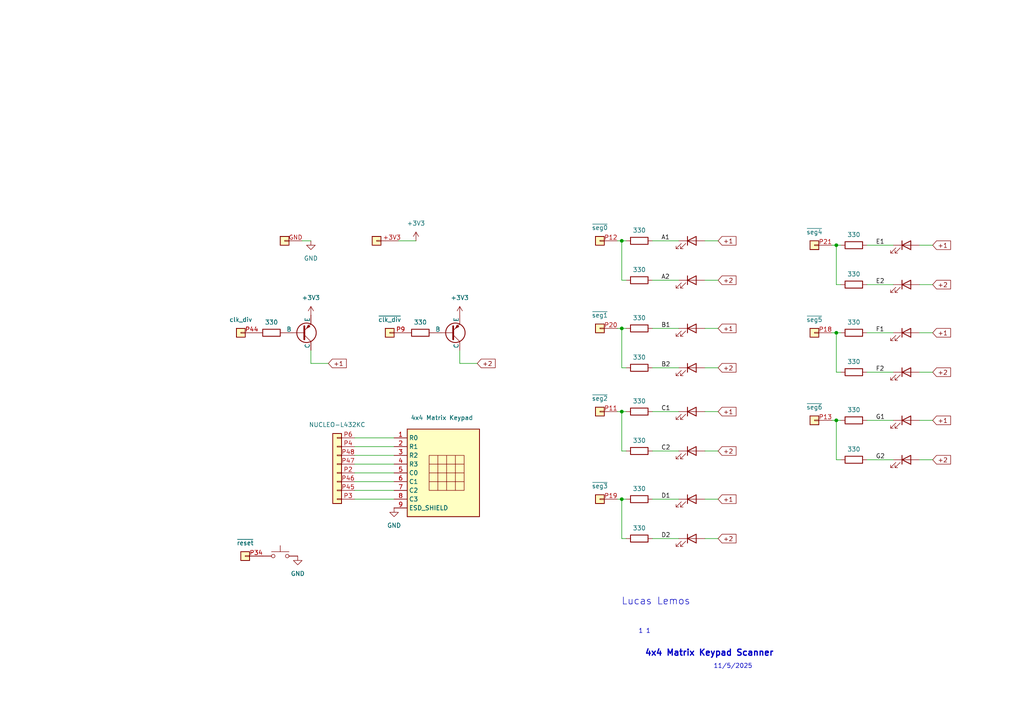
<source format=kicad_sch>
(kicad_sch (version 20250114) (generator "eeschema") (generator_version "9.0")
  (paper "A4")
  (lib_symbols
    (symbol "Conn_01x01_1" (pin_names (offset 1.016) (hide yes))
      (property "Value" "~{seg5}" (at 0 3.81 0))
      (symbol "Conn_01x01_1_1_1"
        (rectangle (start -1.27 1.27) (end 1.27 -1.27) (stroke (width 0.254)) (fill (type background)))
        (rectangle (start -1.27 0.127) (end 0 -0.127) (stroke (width 0.1524)))
        (pin passive line (at -5.08 0 0) (length 3.81) (name "P18") (number "P18"))
      )
    )
    (symbol "Conn_01x01_10" (pin_names (offset 1.016) (hide yes))
      (symbol "Conn_01x01_10_1_1"
        (rectangle (start -1.27 1.27) (end 1.27 -1.27) (stroke (width 0.254)) (fill (type background)))
        (rectangle (start -1.27 0.127) (end 0 -0.127) (stroke (width 0.1524)))
        (pin passive line (at -5.08 0 0) (length 3.81) (name "Pin_1") (number "P44"))
      )
    )
    (symbol "Conn_01x01_11" (pin_names (offset 1.016) (hide yes))
      (property "Value" "~{reset}" (at 0 3.81 0))
      (symbol "Conn_01x01_11_1_1"
        (rectangle (start -1.27 1.27) (end 1.27 -1.27) (stroke (width 0.254)) (fill (type background)))
        (rectangle (start -1.27 0.127) (end 0 -0.127) (stroke (width 0.1524)))
        (pin passive line (at -5.08 0 0) (length 3.81) (name "19") (number "P34"))
      )
    )
    (symbol "Conn_01x01_2" (pin_names (offset 1.016) (hide yes))
      (property "Value" "~{seg0}" (at 0 3.81 0))
      (symbol "Conn_01x01_2_1_1"
        (rectangle (start -1.27 1.27) (end 1.27 -1.27) (stroke (width 0.254)) (fill (type background)))
        (rectangle (start -1.27 0.127) (end 0 -0.127) (stroke (width 0.1524)))
        (pin passive line (at -5.08 0 0) (length 3.81) (name "Pin_1") (number "P12"))
      )
    )
    (symbol "Conn_01x01_3" (pin_names (offset 1.016) (hide yes))
      (property "Value" "~{seg1}" (at 0 3.81 0))
      (symbol "Conn_01x01_3_1_1"
        (rectangle (start -1.27 1.27) (end 1.27 -1.27) (stroke (width 0.254)) (fill (type background)))
        (rectangle (start -1.27 0.127) (end 0 -0.127) (stroke (width 0.1524)))
        (pin passive line (at -5.08 0 0) (length 3.81) (name "Pin_1") (number "P20"))
      )
    )
    (symbol "Conn_01x01_4" (pin_names (offset 1.016) (hide yes))
      (property "Value" "~{seg2}" (at 0 3.81 0))
      (symbol "Conn_01x01_4_1_1"
        (rectangle (start -1.27 1.27) (end 1.27 -1.27) (stroke (width 0.254)) (fill (type background)))
        (rectangle (start -1.27 0.127) (end 0 -0.127) (stroke (width 0.1524)))
        (pin passive line (at -5.08 0 0) (length 3.81) (name "Pin_1") (number "P11"))
      )
    )
    (symbol "Conn_01x01_5" (pin_names (offset 1.016) (hide yes))
      (property "Value" "~{seg3}" (at 0 3.81 0))
      (symbol "Conn_01x01_5_1_1"
        (rectangle (start -1.27 1.27) (end 1.27 -1.27) (stroke (width 0.254)) (fill (type background)))
        (rectangle (start -1.27 0.127) (end 0 -0.127) (stroke (width 0.1524)))
        (pin passive line (at -5.08 0 0) (length 3.81) (name "19") (number "P19"))
      )
    )
    (symbol "Conn_01x01_6" (pin_names (offset 1.016) (hide yes))
      (property "Value" "~{seg4}" (at 0 3.81 0))
      (symbol "Conn_01x01_6_1_1"
        (rectangle (start -1.27 1.27) (end 1.27 -1.27) (stroke (width 0.254)) (fill (type background)))
        (rectangle (start -1.27 0.127) (end 0 -0.127) (stroke (width 0.1524)))
        (pin passive line (at -5.08 0 0) (length 3.81) (name "Pin_1") (number "P21"))
      )
    )
    (symbol "Conn_01x01_7" (pin_names (offset 1.016) (hide yes))
      (property "Value" "~{seg6}" (at 0 3.81 0))
      (symbol "Conn_01x01_7_1_1"
        (rectangle (start -1.27 1.27) (end 1.27 -1.27) (stroke (width 0.254)) (fill (type background)))
        (rectangle (start -1.27 0.127) (end 0 -0.127) (stroke (width 0.1524)))
        (pin passive line (at -5.08 0 0) (length 3.81) (name "Pin_1") (number "P13"))
      )
    )
    (symbol "Conn_01x01_8" (pin_names (offset 1.016) (hide yes))
      (property "Value" "GND" (at 0 3.81 0))
      (symbol "Conn_01x01_8_1_1"
        (rectangle (start -1.27 1.27) (end 1.27 -1.27) (stroke (width 0.254)) (fill (type background)))
        (rectangle (start -1.27 0.127) (end 0 -0.127) (stroke (width 0.1524)))
        (pin passive line (at -5.08 0 0) (length 3.81) (name "Pin_1") (number "GND"))
      )
    )
    (symbol "Conn_01x01_9" (pin_names (offset 1.016) (hide yes))
      (symbol "Conn_01x01_9_1_1"
        (rectangle (start -1.27 1.27) (end 1.27 -1.27) (stroke (width 0.254)) (fill (type background)))
        (rectangle (start -1.27 0.127) (end 0 -0.127) (stroke (width 0.1524)))
        (pin passive line (at -5.08 0 0) (length 3.81) (name "Pin_1") (number "P9"))
      )
    )
    (symbol "Connector_Generic:Conn_01x01" (pin_names (offset 1.016) (hide yes))
      (symbol "Conn_01x01_0_1"
        (polyline (pts (xy -2.54 0) (xy -1.27 0)))
      )
      (symbol "Conn_01x01_1_1"
        (rectangle (start -1.27 1.27) (end 1.27 -1.27) (stroke (width 0.254)) (fill (type background)))
        (rectangle (start -1.27 0.127) (end 0 -0.127) (stroke (width 0.1524)))
        (pin passive line (at -6.35 0 0) (length 3.81) (name "Pin_1") (number "+3V3"))
      )
    )
    (symbol "Connector_Generic:Conn_01x08" (pin_names (offset 1.016) (hide yes))
      (property "Value" "STM32L432KC" (at 0 11.43 0))
      (symbol "Conn_01x08_1_1"
        (rectangle (start -1.27 8.89) (end 1.27 -11.43) (stroke (width 0.254)) (fill (type background)))
        (rectangle (start -1.27 7.747) (end 0 7.493) (stroke (width 0.1524)))
        (rectangle (start -1.27 5.207) (end 0 4.953) (stroke (width 0.1524)))
        (rectangle (start -1.27 2.667) (end 0 2.413) (stroke (width 0.1524)))
        (rectangle (start -1.27 0.127) (end 0 -0.127) (stroke (width 0.1524)))
        (rectangle (start -1.27 -2.413) (end 0 -2.667) (stroke (width 0.1524)))
        (rectangle (start -1.27 -4.953) (end 0 -5.207) (stroke (width 0.1524)))
        (rectangle (start -1.27 -7.493) (end 0 -7.747) (stroke (width 0.1524)))
        (rectangle (start -1.27 -10.033) (end 0 -10.287) (stroke (width 0.1524)))
        (pin passive line (at -5.08 7.62 0) (length 3.81) (name "Pin_1") (number "P6"))
        (pin passive line (at -5.08 5.08 0) (length 3.81) (name "Pin_2") (number "P4"))
        (pin passive line (at -5.08 2.54 0) (length 3.81) (name "Pin_3") (number "P48"))
        (pin passive line (at -5.08 0 0) (length 3.81) (name "Pin_4") (number "P47"))
        (pin passive line (at -5.08 -2.54 0) (length 3.81) (name "P2") (number "P2"))
        (pin passive line (at -5.08 -5.08 0) (length 3.81) (name "Pin_6") (number "P46"))
        (pin passive line (at -5.08 -7.62 0) (length 3.81) (name "Pin_7") (number "P45"))
        (pin passive line (at -5.08 -10.16 0) (length 3.81) (name "Pin_8") (number "P3"))
      )
    )
    (symbol "Device:LED" (pin_numbers (hide yes)) (pin_names (offset 1.016) (hide yes))
      (property "Reference" "D" (at 0 2.54 0))
      (property "Value" "LED" (at 0 -2.54 0))
      (symbol "LED_0_1"
        (polyline (pts (xy -3.048 -0.762) (xy -4.572 -2.286) (xy -3.81 -2.286) (xy -4.572 -2.286) (xy -4.572 -1.524)))
        (polyline (pts (xy -1.778 -0.762) (xy -3.302 -2.286) (xy -2.54 -2.286) (xy -3.302 -2.286) (xy -3.302 -1.524)))
        (polyline (pts (xy -1.27 0) (xy 1.27 0)))
        (polyline (pts (xy -1.27 -1.27) (xy -1.27 1.27)) (stroke (width 0.254)))
        (polyline (pts (xy 1.27 -1.27) (xy 1.27 1.27) (xy -1.27 0) (xy 1.27 -1.27)) (stroke (width 0.254)))
      )
      (symbol "LED_1_1"
        (pin passive line (at -3.81 0 0) (length 2.54) (name "K") (number "1"))
        (pin passive line (at 3.81 0 180) (length 2.54) (name "A") (number "2"))
      )
    )
    (symbol "Device:R" (pin_numbers (hide yes)) (pin_names (offset 0))
      (property "Reference" "R" (at 2.032 0 90))
      (property "Value" "R" (at 0 0 90))
      (symbol "R_0_1"
        (rectangle (start -1.016 -2.54) (end 1.016 2.54) (stroke (width 0.254)))
      )
      (symbol "R_1_1"
        (pin passive line (at 0 3.81 270) (length 1.27) (name "~") (number "1"))
        (pin passive line (at 0 -3.81 90) (length 1.27) (name "~") (number "2"))
      )
    )
    (symbol "Sensor_Touch:AT42QT1010-M"
      (symbol "AT42QT1010-M_0_1"
        (rectangle (start -11.43 12.7) (end 9.525 -12.7) (stroke (width 0.254)) (fill (type background)))
        (polyline (pts (xy 0 0) (xy 5.08 0) (xy 5.08 5.08) (xy 0 5.08) (xy 0 -5.08) (xy 5.08 -5.08) (xy 5.08 0) (xy 2.54 0) (xy 2.54 -5.08) (xy -5.08 -5.08) (xy -5.08 0) (xy 0 0) (xy 0 5.08) (xy -5.08 5.08) (xy -5.08 -1.27) (xy -5.08 2.54) (xy 5.08 2.54) (xy 5.08 5.08) (xy 2.54 5.08) (xy 2.54 -5.08) (xy -2.54 -5.08) (xy -2.54 5.08) (xy -5.08 5.08) (xy -5.08 -2.54) (xy 5.08 -2.54)))
      )
      (symbol "AT42QT1010-M_1_1"
        (pin passive line (at -15.24 10.16 0) (length 3.81) (name "R0") (number "1"))
        (pin passive line (at -15.24 7.62 0) (length 3.81) (name "R1") (number "2"))
        (pin passive line (at -15.24 5.08 0) (length 3.81) (name "R2") (number "3"))
        (pin passive line (at -15.24 2.54 0) (length 3.81) (name "R3") (number "4"))
        (pin passive line (at -15.24 0 0) (length 3.81) (name "C0") (number "5"))
        (pin passive line (at -15.24 -2.54 0) (length 3.81) (name "C1") (number "6"))
        (pin passive line (at -15.24 -5.08 0) (length 3.81) (name "C2") (number "7"))
        (pin passive line (at -15.24 -7.62 0) (length 3.81) (name "C3") (number "8"))
        (pin passive line (at -15.24 -10.16 0) (length 3.81) (name "ESD_SHIELD") (number "9"))
      )
    )
    (symbol "Simulation_SPICE:PNP" (pin_numbers (hide yes)) (pin_names (offset 0))
      (property "Reference" "Q" (at -2.54 7.62 0))
      (property "Value" "PNP" (at -2.54 5.08 0))
      (symbol "PNP_0_1"
        (polyline (pts (xy -2.54 0) (xy 0.635 0)) (stroke (width 0.1524)))
        (polyline (pts (xy 0.635 1.905) (xy 0.635 -1.905) (xy 0.635 -1.905)) (stroke (width 0.508)))
        (polyline (pts (xy 0.635 0.635) (xy 2.54 2.54)))
        (polyline (pts (xy 0.635 -0.635) (xy 2.54 -2.54) (xy 2.54 -2.54)))
        (circle (center 1.27 0) (radius 2.8194) (stroke (width 0.254)))
        (polyline (pts (xy 2.286 -1.778) (xy 1.778 -2.286) (xy 1.27 -1.27) (xy 2.286 -1.778) (xy 2.286 -1.778)) (fill (type outline)))
      )
      (symbol "PNP_1_1"
        (pin input line (at -5.08 0 0) (length 2.54) (name "B") (number "2"))
        (pin open_collector line (at 2.54 5.08 270) (length 2.54) (name "C") (number "1"))
        (pin open_emitter line (at 2.54 -5.08 90) (length 2.54) (name "E") (number "3"))
      )
    )
    (symbol "Switch:SW_Push" (pin_numbers (hide yes)) (pin_names (offset 1.016) (hide yes))
      (property "Reference" "SW" (at 1.27 2.54 0))
      (property "Value" "SW_Push" (at 0 -1.524 0))
      (symbol "SW_Push_0_1"
        (circle (center -2.032 0) (radius 0.508))
        (polyline (pts (xy 0 1.27) (xy 0 3.048)))
        (circle (center 2.032 0) (radius 0.508))
        (polyline (pts (xy 2.54 1.27) (xy -2.54 1.27)))
        (pin passive line (at -5.08 0 0) (length 2.54) (name "1") (number "1"))
        (pin passive line (at 5.08 0 180) (length 2.54) (name "2") (number "2"))
      )
    )
    (symbol "power:+3V3" (power) (pin_numbers (hide yes)) (pin_names (offset 0) (hide yes))
      (property "Value" "+3V3" (at 0 3.556 0))
      (symbol "+3V3_0_1"
        (polyline (pts (xy -0.762 1.27) (xy 0 2.54)))
        (polyline (pts (xy 0 2.54) (xy 0.762 1.27)))
        (polyline (pts (xy 0 0) (xy 0 2.54)))
      )
      (symbol "+3V3_1_1"
        (pin power_in line (at 0 0 90) (length 0) (name "~") (number "1"))
      )
    )
    (symbol "power:GND" (power) (pin_numbers (hide yes)) (pin_names (offset 0) (hide yes))
      (property "Value" "GND" (at 0 -3.81 0))
      (symbol "GND_0_1"
        (polyline (pts (xy 0 0) (xy 0 -1.27) (xy 1.27 -1.27) (xy 0 -2.54) (xy -1.27 -1.27) (xy 0 -1.27)))
      )
      (symbol "GND_1_1"
        (pin power_in line (at 0 0 270) (length 0) (name "~") (number "1"))
      )
    )
  )
  (text "1 1" (at 186.944 183.134 0) (effects (font (size 1.27 1.27))))
  (text "11/5/2025" (at 212.598 193.294 0) (effects (font (size 1.27 1.27))))
  (text "Lucas Lemos" (at 190.246 174.498 0) (effects (font (size 2.032 2.032))))
  (text "4x4 Matrix Keypad Scanner" (at 205.74 189.484 0) (effects (font (size 1.778 1.778) (thickness 0.3556) (bold yes))))
  (junction (at 242.57 71.12))
  (junction (at 242.57 121.92))
  (junction (at 242.57 96.52))
  (junction (at 180.34 119.38))
  (junction (at 180.34 144.78))
  (junction (at 180.34 95.25))
  (junction (at 180.34 69.85))
  (wire (pts (xy 90.17 101.6) (xy 90.17 105.41)))
  (wire (pts (xy 266.7 133.35) (xy 270.51 133.35)))
  (wire (pts (xy 243.84 121.92) (xy 242.57 121.92)))
  (wire (pts (xy 204.47 156.21) (xy 208.28 156.21)))
  (wire (pts (xy 243.84 71.12) (xy 242.57 71.12)))
  (wire (pts (xy 259.08 71.12) (xy 251.46 71.12)))
  (wire (pts (xy 181.61 130.81) (xy 180.34 130.81)))
  (wire (pts (xy 204.47 69.85) (xy 208.28 69.85)))
  (wire (pts (xy 196.85 95.25) (xy 189.23 95.25)))
  (wire (pts (xy 102.87 127) (xy 114.3 127)))
  (wire (pts (xy 196.85 69.85) (xy 189.23 69.85)))
  (wire (pts (xy 259.08 107.95) (xy 251.46 107.95)))
  (wire (pts (xy 266.7 82.55) (xy 270.51 82.55)))
  (wire (pts (xy 259.08 96.52) (xy 251.46 96.52)))
  (wire (pts (xy 133.35 105.41) (xy 133.35 101.6)))
  (wire (pts (xy 181.61 119.38) (xy 180.34 119.38)))
  (wire (pts (xy 243.84 133.35) (xy 242.57 133.35)))
  (wire (pts (xy 90.17 105.41) (xy 95.25 105.41)))
  (wire (pts (xy 180.34 95.25) (xy 179.07 95.25)))
  (wire (pts (xy 180.34 144.78) (xy 179.07 144.78)))
  (wire (pts (xy 115.57 69.85) (xy 120.65 69.85)))
  (wire (pts (xy 180.34 119.38) (xy 179.07 119.38)))
  (wire (pts (xy 180.34 144.78) (xy 180.34 156.21)))
  (wire (pts (xy 242.57 71.12) (xy 242.57 82.55)))
  (wire (pts (xy 266.7 107.95) (xy 270.51 107.95)))
  (wire (pts (xy 181.61 156.21) (xy 180.34 156.21)))
  (wire (pts (xy 204.47 81.28) (xy 208.28 81.28)))
  (wire (pts (xy 102.87 142.24) (xy 114.3 142.24)))
  (wire (pts (xy 242.57 121.92) (xy 242.57 133.35)))
  (wire (pts (xy 181.61 95.25) (xy 180.34 95.25)))
  (wire (pts (xy 266.7 96.52) (xy 270.51 96.52)))
  (wire (pts (xy 180.34 119.38) (xy 180.34 130.81)))
  (wire (pts (xy 196.85 81.28) (xy 189.23 81.28)))
  (wire (pts (xy 259.08 82.55) (xy 251.46 82.55)))
  (wire (pts (xy 102.87 144.78) (xy 114.3 144.78)))
  (wire (pts (xy 242.57 121.92) (xy 241.3 121.92)))
  (wire (pts (xy 102.87 129.54) (xy 114.3 129.54)))
  (wire (pts (xy 242.57 71.12) (xy 241.3 71.12)))
  (wire (pts (xy 204.47 144.78) (xy 208.28 144.78)))
  (wire (pts (xy 181.61 144.78) (xy 180.34 144.78)))
  (wire (pts (xy 180.34 95.25) (xy 180.34 106.68)))
  (wire (pts (xy 266.7 121.92) (xy 270.51 121.92)))
  (wire (pts (xy 138.43 105.41) (xy 133.35 105.41)))
  (wire (pts (xy 242.57 96.52) (xy 242.57 107.95)))
  (wire (pts (xy 204.47 119.38) (xy 208.28 119.38)))
  (wire (pts (xy 196.85 156.21) (xy 189.23 156.21)))
  (wire (pts (xy 102.87 132.08) (xy 114.3 132.08)))
  (wire (pts (xy 102.87 139.7) (xy 114.3 139.7)))
  (wire (pts (xy 90.17 69.85) (xy 87.63 69.85)))
  (wire (pts (xy 204.47 95.25) (xy 208.28 95.25)))
  (wire (pts (xy 196.85 144.78) (xy 189.23 144.78)))
  (wire (pts (xy 259.08 121.92) (xy 251.46 121.92)))
  (wire (pts (xy 180.34 69.85) (xy 179.07 69.85)))
  (wire (pts (xy 181.61 69.85) (xy 180.34 69.85)))
  (wire (pts (xy 102.87 137.16) (xy 114.3 137.16)))
  (wire (pts (xy 243.84 107.95) (xy 242.57 107.95)))
  (wire (pts (xy 196.85 130.81) (xy 189.23 130.81)))
  (wire (pts (xy 266.7 71.12) (xy 270.51 71.12)))
  (wire (pts (xy 243.84 82.55) (xy 242.57 82.55)))
  (wire (pts (xy 196.85 106.68) (xy 189.23 106.68)))
  (wire (pts (xy 204.47 130.81) (xy 208.28 130.81)))
  (wire (pts (xy 259.08 133.35) (xy 251.46 133.35)))
  (wire (pts (xy 102.87 134.62) (xy 114.3 134.62)))
  (wire (pts (xy 242.57 96.52) (xy 241.3 96.52)))
  (wire (pts (xy 181.61 81.28) (xy 180.34 81.28)))
  (wire (pts (xy 180.34 69.85) (xy 180.34 81.28)))
  (wire (pts (xy 196.85 119.38) (xy 189.23 119.38)))
  (wire (pts (xy 243.84 96.52) (xy 242.57 96.52)))
  (wire (pts (xy 181.61 106.68) (xy 180.34 106.68)))
  (wire (pts (xy 204.47 106.68) (xy 208.28 106.68)))
  (label "B1" (at 191.77 95.25 0))
  (label "C2" (at 191.77 130.81 0))
  (label "C1" (at 191.77 119.38 0))
  (label "B2" (at 191.77 106.68 0))
  (label "F1" (at 254 96.52 0))
  (label "F2" (at 254 107.95 0))
  (label "E2" (at 254 82.55 0))
  (label "D2" (at 191.77 156.21 0))
  (label "G1" (at 254 121.92 0))
  (label "A1" (at 191.77 69.85 0))
  (label "D1" (at 191.77 144.78 0))
  (label "G2" (at 254 133.35 0))
  (label "E1" (at 254 71.12 0))
  (label "A2" (at 191.77 81.28 0))
  (global_label "+2" (shape input) (at 208.28 106.68 0) (property "Intersheetrefs" "${INTERSHEET_REFS}" (effects (hide yes))))
  (global_label "+1" (shape input) (at 208.28 119.38 0) (property "Intersheetrefs" "${INTERSHEET_REFS}" (effects (hide yes))))
  (global_label "+2" (shape input) (at 270.51 82.55 0) (property "Intersheetrefs" "${INTERSHEET_REFS}" (effects (hide yes))))
  (global_label "+1" (shape input) (at 270.51 71.12 0) (property "Intersheetrefs" "${INTERSHEET_REFS}" (effects (hide yes))))
  (global_label "+1" (shape input) (at 270.51 96.52 0) (property "Intersheetrefs" "${INTERSHEET_REFS}" (effects (hide yes))))
  (global_label "+1" (shape input) (at 208.28 95.25 0) (property "Intersheetrefs" "${INTERSHEET_REFS}" (effects (hide yes))))
  (global_label "+2" (shape input) (at 208.28 130.81 0) (property "Intersheetrefs" "${INTERSHEET_REFS}" (effects (hide yes))))
  (global_label "+2" (shape input) (at 138.43 105.41 0) (property "Intersheetrefs" "${INTERSHEET_REFS}" (effects (hide yes))))
  (global_label "+1" (shape input) (at 208.28 144.78 0) (property "Intersheetrefs" "${INTERSHEET_REFS}" (effects (hide yes))))
  (global_label "+2" (shape input) (at 208.28 156.21 0) (property "Intersheetrefs" "${INTERSHEET_REFS}" (effects (hide yes))))
  (global_label "+1" (shape input) (at 208.28 69.85 0) (property "Intersheetrefs" "${INTERSHEET_REFS}" (effects (hide yes))))
  (global_label "+2" (shape input) (at 270.51 107.95 0) (property "Intersheetrefs" "${INTERSHEET_REFS}" (effects (hide yes))))
  (global_label "+1" (shape input) (at 270.51 121.92 0) (property "Intersheetrefs" "${INTERSHEET_REFS}" (effects (hide yes))))
  (global_label "+2" (shape input) (at 270.51 133.35 0) (property "Intersheetrefs" "${INTERSHEET_REFS}" (effects (hide yes))))
  (global_label "+1" (shape input) (at 95.25 105.41 0) (property "Intersheetrefs" "${INTERSHEET_REFS}" (effects (hide yes))))
  (global_label "+2" (shape input) (at 208.28 81.28 0) (property "Intersheetrefs" "${INTERSHEET_REFS}" (effects (hide yes))))
  (symbol (lib_id "power:+3V3") (at 133.35 91.44 0) (unit 1)
    (property "Reference" "#PWR02" (effects (hide yes)))
    (property "Value" "+3V3" (at 133.35 86.36 0))
    (property "Description" "Power symbol creates a global label with name \"+3V3\"" (effects (hide yes)))
  )
  (symbol (lib_id "Device:R") (at 247.65 121.92 270) (mirror x) (unit 1)
    (property "Reference" "R13" (effects (hide yes)))
    (property "Value" "330" (at 247.65 118.872 90))
    (property "Description" "Resistor" (effects (hide yes)))
  )
  (symbol (lib_name "Conn_01x01_1") (lib_id "Connector_Generic:Conn_01x01") (at 236.22 96.52 0) (mirror y) (unit 1)
    (property "Reference" "J6" (effects (hide yes)))
    (property "Value" "~{seg5}" (at 236.22 92.71 0))
    (property "Description" "Generic connector, single row, 01x01, script generated (kicad-library-utils/schlib/autogen/connector/)" (effects (hide yes)))
  )
  (symbol (lib_id "Device:R") (at 185.42 106.68 270) (mirror x) (unit 1)
    (property "Reference" "R10" (effects (hide yes)))
    (property "Value" "330" (at 185.42 103.632 90))
    (property "Description" "Resistor" (effects (hide yes)))
  )
  (symbol (lib_name "Conn_01x01_5") (lib_id "Connector_Generic:Conn_01x01") (at 173.99 144.78 0) (mirror y) (unit 1)
    (property "Reference" "J4" (effects (hide yes)))
    (property "Value" "~{seg3}" (at 173.99 140.97 0))
    (property "Description" "Generic connector, single row, 01x01, script generated (kicad-library-utils/schlib/autogen/connector/)" (effects (hide yes)))
  )
  (symbol (lib_id "Device:LED") (at 200.66 106.68 0) (unit 1)
    (property "Reference" "D10" (effects (hide yes)))
    (property "Value" "LED" (effects (hide yes)))
    (property "Description" "Light emitting diode" (effects (hide yes)))
    (property "Sim.Pins" "1=K 2=A" (effects (hide yes)))
  )
  (symbol (lib_id "power:GND") (at 86.36 161.29 0) (unit 1)
    (property "Reference" "#PWR06" (effects (hide yes)))
    (property "Value" "GND" (at 86.36 166.37 0))
    (property "Description" "Power symbol creates a global label with name \"GND\" , ground" (effects (hide yes)))
  )
  (symbol (lib_name "Conn_01x01_2") (lib_id "Connector_Generic:Conn_01x01") (at 173.99 69.85 0) (mirror y) (unit 1)
    (property "Reference" "J1" (effects (hide yes)))
    (property "Value" "~{seg0}" (at 173.99 66.04 0))
    (property "Description" "Generic connector, single row, 01x01, script generated (kicad-library-utils/schlib/autogen/connector/)" (effects (hide yes)))
  )
  (symbol (lib_name "Conn_01x01_9") (lib_id "Connector_Generic:Conn_01x01") (at 113.03 96.52 0) (mirror y) (unit 1)
    (property "Reference" "J10" (effects (hide yes)))
    (property "Value" "~{clk_div}" (at 113.03 92.71 0))
    (property "Description" "Generic connector, single row, 01x01, script generated (kicad-library-utils/schlib/autogen/connector/)" (effects (hide yes)))
  )
  (symbol (lib_name "Conn_01x01_7") (lib_id "Connector_Generic:Conn_01x01") (at 236.22 121.92 0) (mirror y) (unit 1)
    (property "Reference" "J7" (effects (hide yes)))
    (property "Value" "~{seg6}" (at 236.22 118.11 0))
    (property "Description" "Generic connector, single row, 01x01, script generated (kicad-library-utils/schlib/autogen/connector/)" (effects (hide yes)))
  )
  (symbol (lib_id "Device:LED") (at 262.89 107.95 0) (unit 1)
    (property "Reference" "D12" (effects (hide yes)))
    (property "Value" "LED" (effects (hide yes)))
    (property "Description" "Light emitting diode" (effects (hide yes)))
    (property "Sim.Pins" "1=K 2=A" (effects (hide yes)))
  )
  (symbol (lib_name "Conn_01x01_3") (lib_id "Connector_Generic:Conn_01x01") (at 173.99 95.25 0) (mirror y) (unit 1)
    (property "Reference" "J2" (effects (hide yes)))
    (property "Value" "~{seg1}" (at 173.99 91.44 0))
    (property "Description" "Generic connector, single row, 01x01, script generated (kicad-library-utils/schlib/autogen/connector/)" (effects (hide yes)))
  )
  (symbol (lib_id "Device:R") (at 185.42 119.38 270) (mirror x) (unit 1)
    (property "Reference" "R3" (effects (hide yes)))
    (property "Value" "330" (at 185.42 116.332 90))
    (property "Description" "Resistor" (effects (hide yes)))
  )
  (symbol (lib_id "Device:R") (at 185.42 95.25 270) (mirror x) (unit 1)
    (property "Reference" "R2" (effects (hide yes)))
    (property "Value" "330" (at 185.42 92.202 90))
    (property "Description" "Resistor" (effects (hide yes)))
  )
  (symbol (lib_id "Device:LED") (at 200.66 81.28 0) (unit 1)
    (property "Reference" "D9" (effects (hide yes)))
    (property "Value" "LED" (effects (hide yes)))
    (property "Description" "Light emitting diode" (effects (hide yes)))
    (property "Sim.Pins" "1=K 2=A" (effects (hide yes)))
  )
  (symbol (lib_id "power:+3V3") (at 90.17 91.44 0) (unit 1)
    (property "Reference" "#PWR01" (effects (hide yes)))
    (property "Value" "+3V3" (at 90.17 86.36 0))
    (property "Description" "Power symbol creates a global label with name \"+3V3\"" (effects (hide yes)))
  )
  (symbol (lib_id "Simulation_SPICE:PNP") (at 87.63 96.52 0) (mirror x) (unit 1)
    (property "Reference" "Q1" (effects (hide yes)))
    (property "Value" "PNP" (effects (hide yes)))
    (property "Datasheet" "https://ngspice.sourceforge.io/docs/ngspice-html-manual/manual.xhtml#cha_BJTs" (effects (hide yes)))
    (property "Description" "Bipolar transistor symbol for simulation only, substrate tied to the emitter" (effects (hide yes)))
    (property "Sim.Device" "PNP" (effects (hide yes)))
    (property "Sim.Type" "GUMMELPOON" (effects (hide yes)))
    (property "Sim.Pins" "1=C 2=B 3=E" (effects (hide yes)))
  )
  (symbol (lib_id "Device:R") (at 247.65 133.35 270) (mirror x) (unit 1)
    (property "Reference" "R14" (effects (hide yes)))
    (property "Value" "330" (at 247.65 130.302 90))
    (property "Description" "Resistor" (effects (hide yes)))
  )
  (symbol (lib_name "Conn_01x01_4") (lib_id "Connector_Generic:Conn_01x01") (at 173.99 119.38 0) (mirror y) (unit 1)
    (property "Reference" "J3" (effects (hide yes)))
    (property "Value" "~{seg2}" (at 173.99 115.57 0))
    (property "Description" "Generic connector, single row, 01x01, script generated (kicad-library-utils/schlib/autogen/connector/)" (effects (hide yes)))
  )
  (symbol (lib_id "power:GND") (at 90.17 69.85 0) (unit 1)
    (property "Reference" "#PWR04" (effects (hide yes)))
    (property "Value" "GND" (at 90.17 74.93 0))
    (property "Description" "Power symbol creates a global label with name \"GND\" , ground" (effects (hide yes)))
  )
  (symbol (lib_id "power:GND") (at 114.3 147.32 0) (unit 1)
    (property "Reference" "#PWR05" (effects (hide yes)))
    (property "Value" "GND" (at 114.3 152.4 0))
    (property "Description" "Power symbol creates a global label with name \"GND\" , ground" (effects (hide yes)))
  )
  (symbol (lib_id "Connector_Generic:Conn_01x01") (at 109.22 69.85 0) (mirror y) (unit 1)
    (property "Reference" "J9" (effects (hide yes)))
    (property "Value" "GND" (effects (hide yes)))
    (property "Description" "Generic connector, single row, 01x01, script generated (kicad-library-utils/schlib/autogen/connector/)" (effects (hide yes)))
  )
  (symbol (lib_id "Connector_Generic:Conn_01x08") (at 97.79 134.62 0) (mirror y) (unit 1)
    (property "Reference" "J13" (effects (hide yes)))
    (property "Value" "NUCLEO-L432KC" (at 97.79 123.19 0))
    (property "Description" "Generic connector, single row, 01x08, script generated (kicad-library-utils/schlib/autogen/connector/)" (effects (hide yes)))
  )
  (symbol (lib_id "Sensor_Touch:AT42QT1010-M") (at 129.54 137.16 0) (unit 1)
    (property "Reference" "Ue" (effects (hide yes)))
    (property "Value" "4x4 Matrix Keypad" (at 119.126 121.158 0) (effects (justify left)))
  )
  (symbol (lib_name "Conn_01x01_6") (lib_id "Connector_Generic:Conn_01x01") (at 236.22 71.12 0) (mirror y) (unit 1)
    (property "Reference" "J5" (effects (hide yes)))
    (property "Value" "~{seg4}" (at 236.22 67.31 0))
    (property "Description" "Generic connector, single row, 01x01, script generated (kicad-library-utils/schlib/autogen/connector/)" (effects (hide yes)))
  )
  (symbol (lib_id "Device:R") (at 247.65 71.12 270) (mirror x) (unit 1)
    (property "Reference" "R7" (effects (hide yes)))
    (property "Value" "330" (at 247.65 68.072 90))
    (property "Description" "Resistor" (effects (hide yes)))
  )
  (symbol (lib_id "Simulation_SPICE:PNP") (at 130.81 96.52 0) (mirror x) (unit 1)
    (property "Reference" "Q2" (effects (hide yes)))
    (property "Value" "PNP" (effects (hide yes)))
    (property "Datasheet" "https://ngspice.sourceforge.io/docs/ngspice-html-manual/manual.xhtml#cha_BJTs" (effects (hide yes)))
    (property "Description" "Bipolar transistor symbol for simulation only, substrate tied to the emitter" (effects (hide yes)))
    (property "Sim.Device" "PNP" (effects (hide yes)))
    (property "Sim.Type" "GUMMELPOON" (effects (hide yes)))
    (property "Sim.Pins" "1=C 2=B 3=E" (effects (hide yes)))
  )
  (symbol (lib_id "Device:LED") (at 200.66 119.38 0) (unit 1)
    (property "Reference" "D3" (effects (hide yes)))
    (property "Value" "LED" (effects (hide yes)))
    (property "Description" "Light emitting diode" (effects (hide yes)))
    (property "Sim.Pins" "1=K 2=A" (effects (hide yes)))
  )
  (symbol (lib_name "Conn_01x01_11") (lib_id "Connector_Generic:Conn_01x01") (at 71.12 161.29 0) (mirror y) (unit 1)
    (property "Reference" "J12" (effects (hide yes)))
    (property "Value" "~{reset}" (at 71.12 157.48 0))
    (property "Description" "Generic connector, single row, 01x01, script generated (kicad-library-utils/schlib/autogen/connector/)" (effects (hide yes)))
  )
  (symbol (lib_id "Device:R") (at 185.42 156.21 270) (mirror x) (unit 1)
    (property "Reference" "R6" (effects (hide yes)))
    (property "Value" "330" (at 185.42 153.162 90))
    (property "Description" "Resistor" (effects (hide yes)))
  )
  (symbol (lib_id "Device:R") (at 247.65 82.55 270) (mirror x) (unit 1)
    (property "Reference" "R8" (effects (hide yes)))
    (property "Value" "330" (at 247.65 79.502 90))
    (property "Description" "Resistor" (effects (hide yes)))
  )
  (symbol (lib_id "Device:LED") (at 200.66 69.85 0) (unit 1)
    (property "Reference" "D1" (effects (hide yes)))
    (property "Value" "LED" (effects (hide yes)))
    (property "Description" "Light emitting diode" (effects (hide yes)))
    (property "Sim.Pins" "1=K 2=A" (effects (hide yes)))
  )
  (symbol (lib_id "Device:R") (at 185.42 81.28 270) (mirror x) (unit 1)
    (property "Reference" "R9" (effects (hide yes)))
    (property "Value" "330" (at 185.42 78.232 90))
    (property "Description" "Resistor" (effects (hide yes)))
  )
  (symbol (lib_id "Device:R") (at 185.42 69.85 270) (mirror x) (unit 1)
    (property "Reference" "R1" (effects (hide yes)))
    (property "Value" "330" (at 185.42 66.802 90))
    (property "Description" "Resistor" (effects (hide yes)))
  )
  (symbol (lib_id "Device:LED") (at 200.66 130.81 0) (unit 1)
    (property "Reference" "D4" (effects (hide yes)))
    (property "Value" "LED" (effects (hide yes)))
    (property "Description" "Light emitting diode" (effects (hide yes)))
    (property "Sim.Pins" "1=K 2=A" (effects (hide yes)))
  )
  (symbol (lib_id "Device:LED") (at 200.66 95.25 0) (unit 1)
    (property "Reference" "D2" (effects (hide yes)))
    (property "Value" "LED" (effects (hide yes)))
    (property "Description" "Light emitting diode" (effects (hide yes)))
    (property "Sim.Pins" "1=K 2=A" (effects (hide yes)))
  )
  (symbol (lib_id "power:+3V3") (at 120.65 69.85 0) (unit 1)
    (property "Reference" "#PWR03" (effects (hide yes)))
    (property "Value" "+3V3" (at 120.65 64.77 0))
    (property "Description" "Power symbol creates a global label with name \"+3V3\"" (effects (hide yes)))
  )
  (symbol (lib_id "Device:LED") (at 200.66 156.21 0) (unit 1)
    (property "Reference" "D6" (effects (hide yes)))
    (property "Value" "LED" (effects (hide yes)))
    (property "Description" "Light emitting diode" (effects (hide yes)))
    (property "Sim.Pins" "1=K 2=A" (effects (hide yes)))
  )
  (symbol (lib_id "Device:LED") (at 200.66 144.78 0) (unit 1)
    (property "Reference" "D5" (effects (hide yes)))
    (property "Value" "LED" (effects (hide yes)))
    (property "Description" "Light emitting diode" (effects (hide yes)))
    (property "Sim.Pins" "1=K 2=A" (effects (hide yes)))
  )
  (symbol (lib_id "Device:LED") (at 262.89 133.35 0) (unit 1)
    (property "Reference" "D14" (effects (hide yes)))
    (property "Value" "LED" (effects (hide yes)))
    (property "Description" "Light emitting diode" (effects (hide yes)))
    (property "Sim.Pins" "1=K 2=A" (effects (hide yes)))
  )
  (symbol (lib_id "Device:R") (at 247.65 96.52 270) (mirror x) (unit 1)
    (property "Reference" "R11" (effects (hide yes)))
    (property "Value" "330" (at 247.65 93.472 90))
    (property "Description" "Resistor" (effects (hide yes)))
  )
  (symbol (lib_name "Conn_01x01_8") (lib_id "Connector_Generic:Conn_01x01") (at 82.55 69.85 0) (mirror y) (unit 1)
    (property "Reference" "J8" (effects (hide yes)))
    (property "Value" "GND" (effects (hide yes)))
    (property "Description" "Generic connector, single row, 01x01, script generated (kicad-library-utils/schlib/autogen/connector/)" (effects (hide yes)))
  )
  (symbol (lib_id "Device:R") (at 185.42 144.78 270) (mirror x) (unit 1)
    (property "Reference" "R5" (effects (hide yes)))
    (property "Value" "330" (at 185.42 141.732 90))
    (property "Description" "Resistor" (effects (hide yes)))
  )
  (symbol (lib_id "Device:R") (at 185.42 130.81 270) (mirror x) (unit 1)
    (property "Reference" "R4" (effects (hide yes)))
    (property "Value" "330" (at 185.42 127.762 90))
    (property "Description" "Resistor" (effects (hide yes)))
  )
  (symbol (lib_id "Switch:SW_Push") (at 81.28 161.29 0) (unit 1)
    (property "Reference" "SW1" (effects (hide yes)))
    (property "Value" "SW_Push" (effects (hide yes)))
    (property "Description" "Push button switch, generic, two pins" (effects (hide yes)))
  )
  (symbol (lib_id "Device:R") (at 247.65 107.95 270) (mirror x) (unit 1)
    (property "Reference" "R12" (effects (hide yes)))
    (property "Value" "330" (at 247.65 104.902 90))
    (property "Description" "Resistor" (effects (hide yes)))
  )
  (symbol (lib_id "Device:LED") (at 262.89 96.52 0) (unit 1)
    (property "Reference" "D11" (effects (hide yes)))
    (property "Value" "LED" (effects (hide yes)))
    (property "Description" "Light emitting diode" (effects (hide yes)))
    (property "Sim.Pins" "1=K 2=A" (effects (hide yes)))
  )
  (symbol (lib_id "Device:R") (at 121.92 96.52 270) (mirror x) (unit 1)
    (property "Reference" "R15" (effects (hide yes)))
    (property "Value" "330" (at 121.92 93.472 90))
    (property "Description" "Resistor" (effects (hide yes)))
  )
  (symbol (lib_id "Device:LED") (at 262.89 82.55 0) (unit 1)
    (property "Reference" "D8" (effects (hide yes)))
    (property "Value" "LED" (effects (hide yes)))
    (property "Description" "Light emitting diode" (effects (hide yes)))
    (property "Sim.Pins" "1=K 2=A" (effects (hide yes)))
  )
  (symbol (lib_id "Device:R") (at 78.74 96.52 270) (mirror x) (unit 1)
    (property "Reference" "R16" (effects (hide yes)))
    (property "Value" "330" (at 78.74 93.472 90))
    (property "Description" "Resistor" (effects (hide yes)))
  )
  (symbol (lib_id "Device:LED") (at 262.89 121.92 0) (unit 1)
    (property "Reference" "D13" (effects (hide yes)))
    (property "Value" "LED" (effects (hide yes)))
    (property "Description" "Light emitting diode" (effects (hide yes)))
    (property "Sim.Pins" "1=K 2=A" (effects (hide yes)))
  )
  (symbol (lib_id "Device:LED") (at 262.89 71.12 0) (unit 1)
    (property "Reference" "D7" (effects (hide yes)))
    (property "Value" "LED" (effects (hide yes)))
    (property "Description" "Light emitting diode" (effects (hide yes)))
    (property "Sim.Pins" "1=K 2=A" (effects (hide yes)))
  )
  (symbol (lib_name "Conn_01x01_10") (lib_id "Connector_Generic:Conn_01x01") (at 69.85 96.52 0) (mirror y) (unit 1)
    (property "Reference" "J11" (effects (hide yes)))
    (property "Value" "clk_div" (at 69.85 92.71 0))
    (property "Description" "Generic connector, single row, 01x01, script generated (kicad-library-utils/schlib/autogen/connector/)" (effects (hide yes)))
  )
)
</source>
